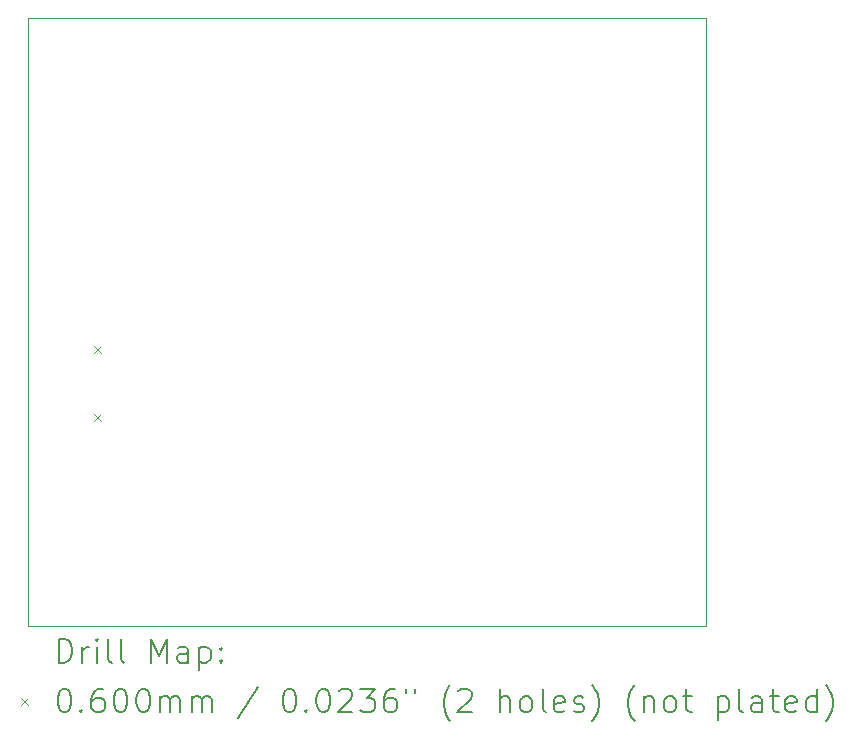
<source format=gbr>
%TF.GenerationSoftware,KiCad,Pcbnew,8.0.6*%
%TF.CreationDate,2024-11-11T10:33:19-08:00*%
%TF.ProjectId,BQ24257,42513234-3235-4372-9e6b-696361645f70,rev?*%
%TF.SameCoordinates,Original*%
%TF.FileFunction,Drillmap*%
%TF.FilePolarity,Positive*%
%FSLAX45Y45*%
G04 Gerber Fmt 4.5, Leading zero omitted, Abs format (unit mm)*
G04 Created by KiCad (PCBNEW 8.0.6) date 2024-11-11 10:33:19*
%MOMM*%
%LPD*%
G01*
G04 APERTURE LIST*
%ADD10C,0.050000*%
%ADD11C,0.200000*%
%ADD12C,0.100000*%
G04 APERTURE END LIST*
D10*
X2918000Y-8525000D02*
X8657000Y-8525000D01*
X8657000Y-13670000D01*
X2918000Y-13670000D01*
X2918000Y-8525000D01*
D11*
D12*
X3474000Y-11302000D02*
X3534000Y-11362000D01*
X3534000Y-11302000D02*
X3474000Y-11362000D01*
X3474000Y-11880000D02*
X3534000Y-11940000D01*
X3534000Y-11880000D02*
X3474000Y-11940000D01*
D11*
X3176277Y-13983984D02*
X3176277Y-13783984D01*
X3176277Y-13783984D02*
X3223896Y-13783984D01*
X3223896Y-13783984D02*
X3252467Y-13793508D01*
X3252467Y-13793508D02*
X3271515Y-13812555D01*
X3271515Y-13812555D02*
X3281039Y-13831603D01*
X3281039Y-13831603D02*
X3290562Y-13869698D01*
X3290562Y-13869698D02*
X3290562Y-13898269D01*
X3290562Y-13898269D02*
X3281039Y-13936365D01*
X3281039Y-13936365D02*
X3271515Y-13955412D01*
X3271515Y-13955412D02*
X3252467Y-13974460D01*
X3252467Y-13974460D02*
X3223896Y-13983984D01*
X3223896Y-13983984D02*
X3176277Y-13983984D01*
X3376277Y-13983984D02*
X3376277Y-13850650D01*
X3376277Y-13888746D02*
X3385801Y-13869698D01*
X3385801Y-13869698D02*
X3395324Y-13860174D01*
X3395324Y-13860174D02*
X3414372Y-13850650D01*
X3414372Y-13850650D02*
X3433420Y-13850650D01*
X3500086Y-13983984D02*
X3500086Y-13850650D01*
X3500086Y-13783984D02*
X3490562Y-13793508D01*
X3490562Y-13793508D02*
X3500086Y-13803031D01*
X3500086Y-13803031D02*
X3509610Y-13793508D01*
X3509610Y-13793508D02*
X3500086Y-13783984D01*
X3500086Y-13783984D02*
X3500086Y-13803031D01*
X3623896Y-13983984D02*
X3604848Y-13974460D01*
X3604848Y-13974460D02*
X3595324Y-13955412D01*
X3595324Y-13955412D02*
X3595324Y-13783984D01*
X3728658Y-13983984D02*
X3709610Y-13974460D01*
X3709610Y-13974460D02*
X3700086Y-13955412D01*
X3700086Y-13955412D02*
X3700086Y-13783984D01*
X3957229Y-13983984D02*
X3957229Y-13783984D01*
X3957229Y-13783984D02*
X4023896Y-13926841D01*
X4023896Y-13926841D02*
X4090562Y-13783984D01*
X4090562Y-13783984D02*
X4090562Y-13983984D01*
X4271515Y-13983984D02*
X4271515Y-13879222D01*
X4271515Y-13879222D02*
X4261991Y-13860174D01*
X4261991Y-13860174D02*
X4242944Y-13850650D01*
X4242944Y-13850650D02*
X4204848Y-13850650D01*
X4204848Y-13850650D02*
X4185801Y-13860174D01*
X4271515Y-13974460D02*
X4252467Y-13983984D01*
X4252467Y-13983984D02*
X4204848Y-13983984D01*
X4204848Y-13983984D02*
X4185801Y-13974460D01*
X4185801Y-13974460D02*
X4176277Y-13955412D01*
X4176277Y-13955412D02*
X4176277Y-13936365D01*
X4176277Y-13936365D02*
X4185801Y-13917317D01*
X4185801Y-13917317D02*
X4204848Y-13907793D01*
X4204848Y-13907793D02*
X4252467Y-13907793D01*
X4252467Y-13907793D02*
X4271515Y-13898269D01*
X4366753Y-13850650D02*
X4366753Y-14050650D01*
X4366753Y-13860174D02*
X4385801Y-13850650D01*
X4385801Y-13850650D02*
X4423896Y-13850650D01*
X4423896Y-13850650D02*
X4442944Y-13860174D01*
X4442944Y-13860174D02*
X4452467Y-13869698D01*
X4452467Y-13869698D02*
X4461991Y-13888746D01*
X4461991Y-13888746D02*
X4461991Y-13945888D01*
X4461991Y-13945888D02*
X4452467Y-13964936D01*
X4452467Y-13964936D02*
X4442944Y-13974460D01*
X4442944Y-13974460D02*
X4423896Y-13983984D01*
X4423896Y-13983984D02*
X4385801Y-13983984D01*
X4385801Y-13983984D02*
X4366753Y-13974460D01*
X4547705Y-13964936D02*
X4557229Y-13974460D01*
X4557229Y-13974460D02*
X4547705Y-13983984D01*
X4547705Y-13983984D02*
X4538182Y-13974460D01*
X4538182Y-13974460D02*
X4547705Y-13964936D01*
X4547705Y-13964936D02*
X4547705Y-13983984D01*
X4547705Y-13860174D02*
X4557229Y-13869698D01*
X4557229Y-13869698D02*
X4547705Y-13879222D01*
X4547705Y-13879222D02*
X4538182Y-13869698D01*
X4538182Y-13869698D02*
X4547705Y-13860174D01*
X4547705Y-13860174D02*
X4547705Y-13879222D01*
D12*
X2855500Y-14282500D02*
X2915500Y-14342500D01*
X2915500Y-14282500D02*
X2855500Y-14342500D01*
D11*
X3214372Y-14203984D02*
X3233420Y-14203984D01*
X3233420Y-14203984D02*
X3252467Y-14213508D01*
X3252467Y-14213508D02*
X3261991Y-14223031D01*
X3261991Y-14223031D02*
X3271515Y-14242079D01*
X3271515Y-14242079D02*
X3281039Y-14280174D01*
X3281039Y-14280174D02*
X3281039Y-14327793D01*
X3281039Y-14327793D02*
X3271515Y-14365888D01*
X3271515Y-14365888D02*
X3261991Y-14384936D01*
X3261991Y-14384936D02*
X3252467Y-14394460D01*
X3252467Y-14394460D02*
X3233420Y-14403984D01*
X3233420Y-14403984D02*
X3214372Y-14403984D01*
X3214372Y-14403984D02*
X3195324Y-14394460D01*
X3195324Y-14394460D02*
X3185801Y-14384936D01*
X3185801Y-14384936D02*
X3176277Y-14365888D01*
X3176277Y-14365888D02*
X3166753Y-14327793D01*
X3166753Y-14327793D02*
X3166753Y-14280174D01*
X3166753Y-14280174D02*
X3176277Y-14242079D01*
X3176277Y-14242079D02*
X3185801Y-14223031D01*
X3185801Y-14223031D02*
X3195324Y-14213508D01*
X3195324Y-14213508D02*
X3214372Y-14203984D01*
X3366753Y-14384936D02*
X3376277Y-14394460D01*
X3376277Y-14394460D02*
X3366753Y-14403984D01*
X3366753Y-14403984D02*
X3357229Y-14394460D01*
X3357229Y-14394460D02*
X3366753Y-14384936D01*
X3366753Y-14384936D02*
X3366753Y-14403984D01*
X3547705Y-14203984D02*
X3509610Y-14203984D01*
X3509610Y-14203984D02*
X3490562Y-14213508D01*
X3490562Y-14213508D02*
X3481039Y-14223031D01*
X3481039Y-14223031D02*
X3461991Y-14251603D01*
X3461991Y-14251603D02*
X3452467Y-14289698D01*
X3452467Y-14289698D02*
X3452467Y-14365888D01*
X3452467Y-14365888D02*
X3461991Y-14384936D01*
X3461991Y-14384936D02*
X3471515Y-14394460D01*
X3471515Y-14394460D02*
X3490562Y-14403984D01*
X3490562Y-14403984D02*
X3528658Y-14403984D01*
X3528658Y-14403984D02*
X3547705Y-14394460D01*
X3547705Y-14394460D02*
X3557229Y-14384936D01*
X3557229Y-14384936D02*
X3566753Y-14365888D01*
X3566753Y-14365888D02*
X3566753Y-14318269D01*
X3566753Y-14318269D02*
X3557229Y-14299222D01*
X3557229Y-14299222D02*
X3547705Y-14289698D01*
X3547705Y-14289698D02*
X3528658Y-14280174D01*
X3528658Y-14280174D02*
X3490562Y-14280174D01*
X3490562Y-14280174D02*
X3471515Y-14289698D01*
X3471515Y-14289698D02*
X3461991Y-14299222D01*
X3461991Y-14299222D02*
X3452467Y-14318269D01*
X3690562Y-14203984D02*
X3709610Y-14203984D01*
X3709610Y-14203984D02*
X3728658Y-14213508D01*
X3728658Y-14213508D02*
X3738182Y-14223031D01*
X3738182Y-14223031D02*
X3747705Y-14242079D01*
X3747705Y-14242079D02*
X3757229Y-14280174D01*
X3757229Y-14280174D02*
X3757229Y-14327793D01*
X3757229Y-14327793D02*
X3747705Y-14365888D01*
X3747705Y-14365888D02*
X3738182Y-14384936D01*
X3738182Y-14384936D02*
X3728658Y-14394460D01*
X3728658Y-14394460D02*
X3709610Y-14403984D01*
X3709610Y-14403984D02*
X3690562Y-14403984D01*
X3690562Y-14403984D02*
X3671515Y-14394460D01*
X3671515Y-14394460D02*
X3661991Y-14384936D01*
X3661991Y-14384936D02*
X3652467Y-14365888D01*
X3652467Y-14365888D02*
X3642943Y-14327793D01*
X3642943Y-14327793D02*
X3642943Y-14280174D01*
X3642943Y-14280174D02*
X3652467Y-14242079D01*
X3652467Y-14242079D02*
X3661991Y-14223031D01*
X3661991Y-14223031D02*
X3671515Y-14213508D01*
X3671515Y-14213508D02*
X3690562Y-14203984D01*
X3881039Y-14203984D02*
X3900086Y-14203984D01*
X3900086Y-14203984D02*
X3919134Y-14213508D01*
X3919134Y-14213508D02*
X3928658Y-14223031D01*
X3928658Y-14223031D02*
X3938182Y-14242079D01*
X3938182Y-14242079D02*
X3947705Y-14280174D01*
X3947705Y-14280174D02*
X3947705Y-14327793D01*
X3947705Y-14327793D02*
X3938182Y-14365888D01*
X3938182Y-14365888D02*
X3928658Y-14384936D01*
X3928658Y-14384936D02*
X3919134Y-14394460D01*
X3919134Y-14394460D02*
X3900086Y-14403984D01*
X3900086Y-14403984D02*
X3881039Y-14403984D01*
X3881039Y-14403984D02*
X3861991Y-14394460D01*
X3861991Y-14394460D02*
X3852467Y-14384936D01*
X3852467Y-14384936D02*
X3842943Y-14365888D01*
X3842943Y-14365888D02*
X3833420Y-14327793D01*
X3833420Y-14327793D02*
X3833420Y-14280174D01*
X3833420Y-14280174D02*
X3842943Y-14242079D01*
X3842943Y-14242079D02*
X3852467Y-14223031D01*
X3852467Y-14223031D02*
X3861991Y-14213508D01*
X3861991Y-14213508D02*
X3881039Y-14203984D01*
X4033420Y-14403984D02*
X4033420Y-14270650D01*
X4033420Y-14289698D02*
X4042943Y-14280174D01*
X4042943Y-14280174D02*
X4061991Y-14270650D01*
X4061991Y-14270650D02*
X4090563Y-14270650D01*
X4090563Y-14270650D02*
X4109610Y-14280174D01*
X4109610Y-14280174D02*
X4119134Y-14299222D01*
X4119134Y-14299222D02*
X4119134Y-14403984D01*
X4119134Y-14299222D02*
X4128658Y-14280174D01*
X4128658Y-14280174D02*
X4147705Y-14270650D01*
X4147705Y-14270650D02*
X4176277Y-14270650D01*
X4176277Y-14270650D02*
X4195325Y-14280174D01*
X4195325Y-14280174D02*
X4204848Y-14299222D01*
X4204848Y-14299222D02*
X4204848Y-14403984D01*
X4300086Y-14403984D02*
X4300086Y-14270650D01*
X4300086Y-14289698D02*
X4309610Y-14280174D01*
X4309610Y-14280174D02*
X4328658Y-14270650D01*
X4328658Y-14270650D02*
X4357229Y-14270650D01*
X4357229Y-14270650D02*
X4376277Y-14280174D01*
X4376277Y-14280174D02*
X4385801Y-14299222D01*
X4385801Y-14299222D02*
X4385801Y-14403984D01*
X4385801Y-14299222D02*
X4395325Y-14280174D01*
X4395325Y-14280174D02*
X4414372Y-14270650D01*
X4414372Y-14270650D02*
X4442944Y-14270650D01*
X4442944Y-14270650D02*
X4461991Y-14280174D01*
X4461991Y-14280174D02*
X4471515Y-14299222D01*
X4471515Y-14299222D02*
X4471515Y-14403984D01*
X4861991Y-14194460D02*
X4690563Y-14451603D01*
X5119134Y-14203984D02*
X5138182Y-14203984D01*
X5138182Y-14203984D02*
X5157229Y-14213508D01*
X5157229Y-14213508D02*
X5166753Y-14223031D01*
X5166753Y-14223031D02*
X5176277Y-14242079D01*
X5176277Y-14242079D02*
X5185801Y-14280174D01*
X5185801Y-14280174D02*
X5185801Y-14327793D01*
X5185801Y-14327793D02*
X5176277Y-14365888D01*
X5176277Y-14365888D02*
X5166753Y-14384936D01*
X5166753Y-14384936D02*
X5157229Y-14394460D01*
X5157229Y-14394460D02*
X5138182Y-14403984D01*
X5138182Y-14403984D02*
X5119134Y-14403984D01*
X5119134Y-14403984D02*
X5100087Y-14394460D01*
X5100087Y-14394460D02*
X5090563Y-14384936D01*
X5090563Y-14384936D02*
X5081039Y-14365888D01*
X5081039Y-14365888D02*
X5071515Y-14327793D01*
X5071515Y-14327793D02*
X5071515Y-14280174D01*
X5071515Y-14280174D02*
X5081039Y-14242079D01*
X5081039Y-14242079D02*
X5090563Y-14223031D01*
X5090563Y-14223031D02*
X5100087Y-14213508D01*
X5100087Y-14213508D02*
X5119134Y-14203984D01*
X5271515Y-14384936D02*
X5281039Y-14394460D01*
X5281039Y-14394460D02*
X5271515Y-14403984D01*
X5271515Y-14403984D02*
X5261991Y-14394460D01*
X5261991Y-14394460D02*
X5271515Y-14384936D01*
X5271515Y-14384936D02*
X5271515Y-14403984D01*
X5404848Y-14203984D02*
X5423896Y-14203984D01*
X5423896Y-14203984D02*
X5442944Y-14213508D01*
X5442944Y-14213508D02*
X5452468Y-14223031D01*
X5452468Y-14223031D02*
X5461991Y-14242079D01*
X5461991Y-14242079D02*
X5471515Y-14280174D01*
X5471515Y-14280174D02*
X5471515Y-14327793D01*
X5471515Y-14327793D02*
X5461991Y-14365888D01*
X5461991Y-14365888D02*
X5452468Y-14384936D01*
X5452468Y-14384936D02*
X5442944Y-14394460D01*
X5442944Y-14394460D02*
X5423896Y-14403984D01*
X5423896Y-14403984D02*
X5404848Y-14403984D01*
X5404848Y-14403984D02*
X5385801Y-14394460D01*
X5385801Y-14394460D02*
X5376277Y-14384936D01*
X5376277Y-14384936D02*
X5366753Y-14365888D01*
X5366753Y-14365888D02*
X5357229Y-14327793D01*
X5357229Y-14327793D02*
X5357229Y-14280174D01*
X5357229Y-14280174D02*
X5366753Y-14242079D01*
X5366753Y-14242079D02*
X5376277Y-14223031D01*
X5376277Y-14223031D02*
X5385801Y-14213508D01*
X5385801Y-14213508D02*
X5404848Y-14203984D01*
X5547706Y-14223031D02*
X5557229Y-14213508D01*
X5557229Y-14213508D02*
X5576277Y-14203984D01*
X5576277Y-14203984D02*
X5623896Y-14203984D01*
X5623896Y-14203984D02*
X5642944Y-14213508D01*
X5642944Y-14213508D02*
X5652467Y-14223031D01*
X5652467Y-14223031D02*
X5661991Y-14242079D01*
X5661991Y-14242079D02*
X5661991Y-14261127D01*
X5661991Y-14261127D02*
X5652467Y-14289698D01*
X5652467Y-14289698D02*
X5538182Y-14403984D01*
X5538182Y-14403984D02*
X5661991Y-14403984D01*
X5728658Y-14203984D02*
X5852467Y-14203984D01*
X5852467Y-14203984D02*
X5785801Y-14280174D01*
X5785801Y-14280174D02*
X5814372Y-14280174D01*
X5814372Y-14280174D02*
X5833420Y-14289698D01*
X5833420Y-14289698D02*
X5842944Y-14299222D01*
X5842944Y-14299222D02*
X5852467Y-14318269D01*
X5852467Y-14318269D02*
X5852467Y-14365888D01*
X5852467Y-14365888D02*
X5842944Y-14384936D01*
X5842944Y-14384936D02*
X5833420Y-14394460D01*
X5833420Y-14394460D02*
X5814372Y-14403984D01*
X5814372Y-14403984D02*
X5757229Y-14403984D01*
X5757229Y-14403984D02*
X5738182Y-14394460D01*
X5738182Y-14394460D02*
X5728658Y-14384936D01*
X6023896Y-14203984D02*
X5985801Y-14203984D01*
X5985801Y-14203984D02*
X5966753Y-14213508D01*
X5966753Y-14213508D02*
X5957229Y-14223031D01*
X5957229Y-14223031D02*
X5938182Y-14251603D01*
X5938182Y-14251603D02*
X5928658Y-14289698D01*
X5928658Y-14289698D02*
X5928658Y-14365888D01*
X5928658Y-14365888D02*
X5938182Y-14384936D01*
X5938182Y-14384936D02*
X5947706Y-14394460D01*
X5947706Y-14394460D02*
X5966753Y-14403984D01*
X5966753Y-14403984D02*
X6004848Y-14403984D01*
X6004848Y-14403984D02*
X6023896Y-14394460D01*
X6023896Y-14394460D02*
X6033420Y-14384936D01*
X6033420Y-14384936D02*
X6042944Y-14365888D01*
X6042944Y-14365888D02*
X6042944Y-14318269D01*
X6042944Y-14318269D02*
X6033420Y-14299222D01*
X6033420Y-14299222D02*
X6023896Y-14289698D01*
X6023896Y-14289698D02*
X6004848Y-14280174D01*
X6004848Y-14280174D02*
X5966753Y-14280174D01*
X5966753Y-14280174D02*
X5947706Y-14289698D01*
X5947706Y-14289698D02*
X5938182Y-14299222D01*
X5938182Y-14299222D02*
X5928658Y-14318269D01*
X6119134Y-14203984D02*
X6119134Y-14242079D01*
X6195325Y-14203984D02*
X6195325Y-14242079D01*
X6490563Y-14480174D02*
X6481039Y-14470650D01*
X6481039Y-14470650D02*
X6461991Y-14442079D01*
X6461991Y-14442079D02*
X6452468Y-14423031D01*
X6452468Y-14423031D02*
X6442944Y-14394460D01*
X6442944Y-14394460D02*
X6433420Y-14346841D01*
X6433420Y-14346841D02*
X6433420Y-14308746D01*
X6433420Y-14308746D02*
X6442944Y-14261127D01*
X6442944Y-14261127D02*
X6452468Y-14232555D01*
X6452468Y-14232555D02*
X6461991Y-14213508D01*
X6461991Y-14213508D02*
X6481039Y-14184936D01*
X6481039Y-14184936D02*
X6490563Y-14175412D01*
X6557229Y-14223031D02*
X6566753Y-14213508D01*
X6566753Y-14213508D02*
X6585801Y-14203984D01*
X6585801Y-14203984D02*
X6633420Y-14203984D01*
X6633420Y-14203984D02*
X6652468Y-14213508D01*
X6652468Y-14213508D02*
X6661991Y-14223031D01*
X6661991Y-14223031D02*
X6671515Y-14242079D01*
X6671515Y-14242079D02*
X6671515Y-14261127D01*
X6671515Y-14261127D02*
X6661991Y-14289698D01*
X6661991Y-14289698D02*
X6547706Y-14403984D01*
X6547706Y-14403984D02*
X6671515Y-14403984D01*
X6909610Y-14403984D02*
X6909610Y-14203984D01*
X6995325Y-14403984D02*
X6995325Y-14299222D01*
X6995325Y-14299222D02*
X6985801Y-14280174D01*
X6985801Y-14280174D02*
X6966753Y-14270650D01*
X6966753Y-14270650D02*
X6938182Y-14270650D01*
X6938182Y-14270650D02*
X6919134Y-14280174D01*
X6919134Y-14280174D02*
X6909610Y-14289698D01*
X7119134Y-14403984D02*
X7100087Y-14394460D01*
X7100087Y-14394460D02*
X7090563Y-14384936D01*
X7090563Y-14384936D02*
X7081039Y-14365888D01*
X7081039Y-14365888D02*
X7081039Y-14308746D01*
X7081039Y-14308746D02*
X7090563Y-14289698D01*
X7090563Y-14289698D02*
X7100087Y-14280174D01*
X7100087Y-14280174D02*
X7119134Y-14270650D01*
X7119134Y-14270650D02*
X7147706Y-14270650D01*
X7147706Y-14270650D02*
X7166753Y-14280174D01*
X7166753Y-14280174D02*
X7176277Y-14289698D01*
X7176277Y-14289698D02*
X7185801Y-14308746D01*
X7185801Y-14308746D02*
X7185801Y-14365888D01*
X7185801Y-14365888D02*
X7176277Y-14384936D01*
X7176277Y-14384936D02*
X7166753Y-14394460D01*
X7166753Y-14394460D02*
X7147706Y-14403984D01*
X7147706Y-14403984D02*
X7119134Y-14403984D01*
X7300087Y-14403984D02*
X7281039Y-14394460D01*
X7281039Y-14394460D02*
X7271515Y-14375412D01*
X7271515Y-14375412D02*
X7271515Y-14203984D01*
X7452468Y-14394460D02*
X7433420Y-14403984D01*
X7433420Y-14403984D02*
X7395325Y-14403984D01*
X7395325Y-14403984D02*
X7376277Y-14394460D01*
X7376277Y-14394460D02*
X7366753Y-14375412D01*
X7366753Y-14375412D02*
X7366753Y-14299222D01*
X7366753Y-14299222D02*
X7376277Y-14280174D01*
X7376277Y-14280174D02*
X7395325Y-14270650D01*
X7395325Y-14270650D02*
X7433420Y-14270650D01*
X7433420Y-14270650D02*
X7452468Y-14280174D01*
X7452468Y-14280174D02*
X7461991Y-14299222D01*
X7461991Y-14299222D02*
X7461991Y-14318269D01*
X7461991Y-14318269D02*
X7366753Y-14337317D01*
X7538182Y-14394460D02*
X7557230Y-14403984D01*
X7557230Y-14403984D02*
X7595325Y-14403984D01*
X7595325Y-14403984D02*
X7614372Y-14394460D01*
X7614372Y-14394460D02*
X7623896Y-14375412D01*
X7623896Y-14375412D02*
X7623896Y-14365888D01*
X7623896Y-14365888D02*
X7614372Y-14346841D01*
X7614372Y-14346841D02*
X7595325Y-14337317D01*
X7595325Y-14337317D02*
X7566753Y-14337317D01*
X7566753Y-14337317D02*
X7547706Y-14327793D01*
X7547706Y-14327793D02*
X7538182Y-14308746D01*
X7538182Y-14308746D02*
X7538182Y-14299222D01*
X7538182Y-14299222D02*
X7547706Y-14280174D01*
X7547706Y-14280174D02*
X7566753Y-14270650D01*
X7566753Y-14270650D02*
X7595325Y-14270650D01*
X7595325Y-14270650D02*
X7614372Y-14280174D01*
X7690563Y-14480174D02*
X7700087Y-14470650D01*
X7700087Y-14470650D02*
X7719134Y-14442079D01*
X7719134Y-14442079D02*
X7728658Y-14423031D01*
X7728658Y-14423031D02*
X7738182Y-14394460D01*
X7738182Y-14394460D02*
X7747706Y-14346841D01*
X7747706Y-14346841D02*
X7747706Y-14308746D01*
X7747706Y-14308746D02*
X7738182Y-14261127D01*
X7738182Y-14261127D02*
X7728658Y-14232555D01*
X7728658Y-14232555D02*
X7719134Y-14213508D01*
X7719134Y-14213508D02*
X7700087Y-14184936D01*
X7700087Y-14184936D02*
X7690563Y-14175412D01*
X8052468Y-14480174D02*
X8042944Y-14470650D01*
X8042944Y-14470650D02*
X8023896Y-14442079D01*
X8023896Y-14442079D02*
X8014372Y-14423031D01*
X8014372Y-14423031D02*
X8004849Y-14394460D01*
X8004849Y-14394460D02*
X7995325Y-14346841D01*
X7995325Y-14346841D02*
X7995325Y-14308746D01*
X7995325Y-14308746D02*
X8004849Y-14261127D01*
X8004849Y-14261127D02*
X8014372Y-14232555D01*
X8014372Y-14232555D02*
X8023896Y-14213508D01*
X8023896Y-14213508D02*
X8042944Y-14184936D01*
X8042944Y-14184936D02*
X8052468Y-14175412D01*
X8128658Y-14270650D02*
X8128658Y-14403984D01*
X8128658Y-14289698D02*
X8138182Y-14280174D01*
X8138182Y-14280174D02*
X8157230Y-14270650D01*
X8157230Y-14270650D02*
X8185801Y-14270650D01*
X8185801Y-14270650D02*
X8204849Y-14280174D01*
X8204849Y-14280174D02*
X8214372Y-14299222D01*
X8214372Y-14299222D02*
X8214372Y-14403984D01*
X8338182Y-14403984D02*
X8319134Y-14394460D01*
X8319134Y-14394460D02*
X8309611Y-14384936D01*
X8309611Y-14384936D02*
X8300087Y-14365888D01*
X8300087Y-14365888D02*
X8300087Y-14308746D01*
X8300087Y-14308746D02*
X8309611Y-14289698D01*
X8309611Y-14289698D02*
X8319134Y-14280174D01*
X8319134Y-14280174D02*
X8338182Y-14270650D01*
X8338182Y-14270650D02*
X8366753Y-14270650D01*
X8366753Y-14270650D02*
X8385801Y-14280174D01*
X8385801Y-14280174D02*
X8395325Y-14289698D01*
X8395325Y-14289698D02*
X8404849Y-14308746D01*
X8404849Y-14308746D02*
X8404849Y-14365888D01*
X8404849Y-14365888D02*
X8395325Y-14384936D01*
X8395325Y-14384936D02*
X8385801Y-14394460D01*
X8385801Y-14394460D02*
X8366753Y-14403984D01*
X8366753Y-14403984D02*
X8338182Y-14403984D01*
X8461992Y-14270650D02*
X8538182Y-14270650D01*
X8490563Y-14203984D02*
X8490563Y-14375412D01*
X8490563Y-14375412D02*
X8500087Y-14394460D01*
X8500087Y-14394460D02*
X8519134Y-14403984D01*
X8519134Y-14403984D02*
X8538182Y-14403984D01*
X8757230Y-14270650D02*
X8757230Y-14470650D01*
X8757230Y-14280174D02*
X8776277Y-14270650D01*
X8776277Y-14270650D02*
X8814373Y-14270650D01*
X8814373Y-14270650D02*
X8833420Y-14280174D01*
X8833420Y-14280174D02*
X8842944Y-14289698D01*
X8842944Y-14289698D02*
X8852468Y-14308746D01*
X8852468Y-14308746D02*
X8852468Y-14365888D01*
X8852468Y-14365888D02*
X8842944Y-14384936D01*
X8842944Y-14384936D02*
X8833420Y-14394460D01*
X8833420Y-14394460D02*
X8814373Y-14403984D01*
X8814373Y-14403984D02*
X8776277Y-14403984D01*
X8776277Y-14403984D02*
X8757230Y-14394460D01*
X8966754Y-14403984D02*
X8947706Y-14394460D01*
X8947706Y-14394460D02*
X8938182Y-14375412D01*
X8938182Y-14375412D02*
X8938182Y-14203984D01*
X9128658Y-14403984D02*
X9128658Y-14299222D01*
X9128658Y-14299222D02*
X9119135Y-14280174D01*
X9119135Y-14280174D02*
X9100087Y-14270650D01*
X9100087Y-14270650D02*
X9061992Y-14270650D01*
X9061992Y-14270650D02*
X9042944Y-14280174D01*
X9128658Y-14394460D02*
X9109611Y-14403984D01*
X9109611Y-14403984D02*
X9061992Y-14403984D01*
X9061992Y-14403984D02*
X9042944Y-14394460D01*
X9042944Y-14394460D02*
X9033420Y-14375412D01*
X9033420Y-14375412D02*
X9033420Y-14356365D01*
X9033420Y-14356365D02*
X9042944Y-14337317D01*
X9042944Y-14337317D02*
X9061992Y-14327793D01*
X9061992Y-14327793D02*
X9109611Y-14327793D01*
X9109611Y-14327793D02*
X9128658Y-14318269D01*
X9195325Y-14270650D02*
X9271515Y-14270650D01*
X9223896Y-14203984D02*
X9223896Y-14375412D01*
X9223896Y-14375412D02*
X9233420Y-14394460D01*
X9233420Y-14394460D02*
X9252468Y-14403984D01*
X9252468Y-14403984D02*
X9271515Y-14403984D01*
X9414373Y-14394460D02*
X9395325Y-14403984D01*
X9395325Y-14403984D02*
X9357230Y-14403984D01*
X9357230Y-14403984D02*
X9338182Y-14394460D01*
X9338182Y-14394460D02*
X9328658Y-14375412D01*
X9328658Y-14375412D02*
X9328658Y-14299222D01*
X9328658Y-14299222D02*
X9338182Y-14280174D01*
X9338182Y-14280174D02*
X9357230Y-14270650D01*
X9357230Y-14270650D02*
X9395325Y-14270650D01*
X9395325Y-14270650D02*
X9414373Y-14280174D01*
X9414373Y-14280174D02*
X9423896Y-14299222D01*
X9423896Y-14299222D02*
X9423896Y-14318269D01*
X9423896Y-14318269D02*
X9328658Y-14337317D01*
X9595325Y-14403984D02*
X9595325Y-14203984D01*
X9595325Y-14394460D02*
X9576277Y-14403984D01*
X9576277Y-14403984D02*
X9538182Y-14403984D01*
X9538182Y-14403984D02*
X9519135Y-14394460D01*
X9519135Y-14394460D02*
X9509611Y-14384936D01*
X9509611Y-14384936D02*
X9500087Y-14365888D01*
X9500087Y-14365888D02*
X9500087Y-14308746D01*
X9500087Y-14308746D02*
X9509611Y-14289698D01*
X9509611Y-14289698D02*
X9519135Y-14280174D01*
X9519135Y-14280174D02*
X9538182Y-14270650D01*
X9538182Y-14270650D02*
X9576277Y-14270650D01*
X9576277Y-14270650D02*
X9595325Y-14280174D01*
X9671516Y-14480174D02*
X9681039Y-14470650D01*
X9681039Y-14470650D02*
X9700087Y-14442079D01*
X9700087Y-14442079D02*
X9709611Y-14423031D01*
X9709611Y-14423031D02*
X9719135Y-14394460D01*
X9719135Y-14394460D02*
X9728658Y-14346841D01*
X9728658Y-14346841D02*
X9728658Y-14308746D01*
X9728658Y-14308746D02*
X9719135Y-14261127D01*
X9719135Y-14261127D02*
X9709611Y-14232555D01*
X9709611Y-14232555D02*
X9700087Y-14213508D01*
X9700087Y-14213508D02*
X9681039Y-14184936D01*
X9681039Y-14184936D02*
X9671516Y-14175412D01*
M02*

</source>
